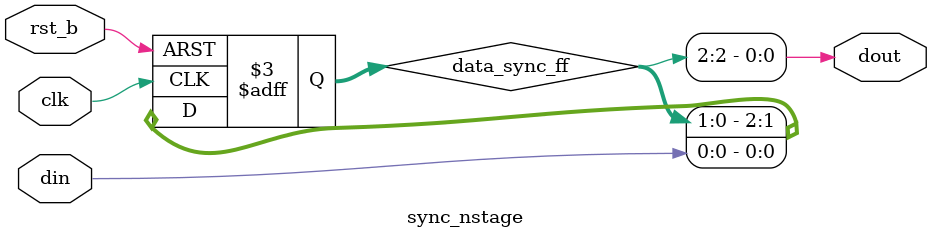
<source format=sv>


module sync_nstage (
  input   rst_b,         // Reset (active low)
  input   clk,           // Destination clock domain
  input   din,           // Asynchronous input signal
  output  dout           // Synchronized output signal
  );


// -----------------------------------------------------------------------------
//  Local Constant definitions
// -----------------------------------------------------------------------------

parameter RST_VAL      = 1'b0;   
parameter NUM_SYNC_FF  = 3;   


// -----------------------------------------------------------------------------
//  Register and Wire Declaration
// -----------------------------------------------------------------------------

reg [NUM_SYNC_FF-1:0] data_sync_ff;

always @(posedge clk or negedge rst_b) begin 
  if (~rst_b) begin
    data_sync_ff       <= {NUM_SYNC_FF{RST_VAL}};   
  end
  else begin
    data_sync_ff       <= {data_sync_ff[NUM_SYNC_FF-2:0],din}; 
  end  
end    

assign dout = data_sync_ff[NUM_SYNC_FF-1];

endmodule

</source>
